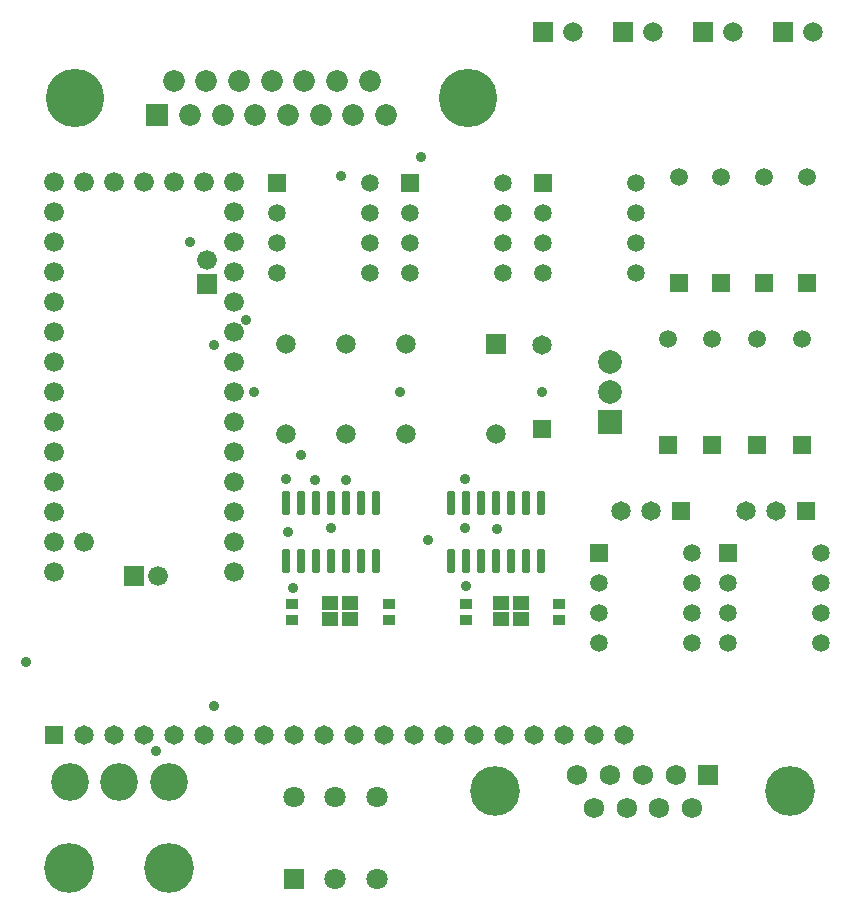
<source format=gbr>
%TF.GenerationSoftware,Altium Limited,Altium Designer,23.6.0 (18)*%
G04 Layer_Color=8388736*
%FSLAX26Y26*%
%MOIN*%
%TF.SameCoordinates,9B35E0B2-5C19-4761-B797-B6A5D59CF105*%
%TF.FilePolarity,Negative*%
%TF.FileFunction,Soldermask,Top*%
%TF.Part,Single*%
G01*
G75*
%TA.AperFunction,SMDPad,CuDef*%
%ADD48R,0.044882X0.036614*%
G04:AMPARAMS|DCode=49|XSize=80.709mil|YSize=29.528mil|CornerRadius=5.906mil|HoleSize=0mil|Usage=FLASHONLY|Rotation=90.000|XOffset=0mil|YOffset=0mil|HoleType=Round|Shape=RoundedRectangle|*
%AMROUNDEDRECTD49*
21,1,0.080709,0.017716,0,0,90.0*
21,1,0.068897,0.029528,0,0,90.0*
1,1,0.011811,0.008858,0.034449*
1,1,0.011811,0.008858,-0.034449*
1,1,0.011811,-0.008858,-0.034449*
1,1,0.011811,-0.008858,0.034449*
%
%ADD49ROUNDEDRECTD49*%
%ADD50R,0.053150X0.045276*%
%TA.AperFunction,ComponentPad*%
%ADD51C,0.079134*%
%ADD52R,0.079134X0.079134*%
%ADD53C,0.165906*%
%ADD54C,0.125906*%
%ADD55R,0.070866X0.070866*%
%ADD56C,0.070866*%
%ADD57R,0.059055X0.059055*%
%ADD58C,0.059055*%
%ADD59C,0.065906*%
%ADD60R,0.065906X0.065906*%
%ADD61R,0.065906X0.065906*%
%ADD62C,0.058583*%
%ADD63R,0.058583X0.058583*%
%ADD64C,0.165984*%
%ADD65C,0.067913*%
%ADD66R,0.067913X0.067913*%
%ADD67C,0.065276*%
%ADD68R,0.065276X0.065276*%
%ADD69R,0.064961X0.064961*%
%ADD70C,0.064961*%
%ADD71R,0.064961X0.064961*%
%ADD72C,0.072441*%
%ADD73C,0.194882*%
%ADD74R,0.072441X0.072441*%
%TA.AperFunction,ViaPad*%
%ADD75C,0.035906*%
D48*
X7831000Y2587560D02*
D03*
Y2532440D02*
D03*
X8155000Y2587560D02*
D03*
Y2532440D02*
D03*
X8411000Y2587560D02*
D03*
Y2532440D02*
D03*
X8721000Y2587560D02*
D03*
Y2532440D02*
D03*
D49*
X7811000Y2921734D02*
D03*
X7861000D02*
D03*
X7911000D02*
D03*
X7961000D02*
D03*
X8011000D02*
D03*
X8061000D02*
D03*
X8111000D02*
D03*
Y2728426D02*
D03*
X8061000D02*
D03*
X8011000D02*
D03*
X7961000D02*
D03*
X7911000D02*
D03*
X7861000D02*
D03*
X7811000D02*
D03*
X8361000D02*
D03*
X8411000D02*
D03*
X8461000D02*
D03*
X8511000D02*
D03*
X8661000D02*
D03*
Y2921734D02*
D03*
X8611000D02*
D03*
X8411000D02*
D03*
X8361000D02*
D03*
X8511000D02*
D03*
X8461000D02*
D03*
X8561000D02*
D03*
X8611000Y2728426D02*
D03*
X8561000D02*
D03*
D50*
X7959536Y2587952D02*
D03*
X8026464Y2536770D02*
D03*
X8529536Y2587952D02*
D03*
X8596464Y2536770D02*
D03*
X7959536D02*
D03*
X8026464Y2587952D02*
D03*
X8596464D02*
D03*
X8529536Y2536770D02*
D03*
D51*
X8892000Y3294000D02*
D03*
Y3394000D02*
D03*
D52*
Y3194000D02*
D03*
D53*
X7090000Y1705000D02*
D03*
X7421000D02*
D03*
D54*
X7090500Y1992000D02*
D03*
X7255500D02*
D03*
X7420500D02*
D03*
D55*
X7838204Y1668410D02*
D03*
D56*
Y1944000D02*
D03*
X7976000D02*
D03*
X8113796Y1668410D02*
D03*
X7976000D02*
D03*
X8113796Y1944000D02*
D03*
D57*
X9084000Y3114834D02*
D03*
X9121000Y3655834D02*
D03*
X9233000Y3114834D02*
D03*
X9263000Y3655834D02*
D03*
X9382000Y3114834D02*
D03*
X9405000Y3655834D02*
D03*
X9531000Y3114834D02*
D03*
X9547000Y3655834D02*
D03*
D58*
X9084000Y3469166D02*
D03*
X9121000Y4010166D02*
D03*
X9233000Y3469164D02*
D03*
X9263000Y4010166D02*
D03*
X9382000Y3469166D02*
D03*
X9405000Y4010166D02*
D03*
X9531000Y3469166D02*
D03*
X9547000Y4010166D02*
D03*
D59*
X7040000Y3094000D02*
D03*
Y3194000D02*
D03*
Y2794000D02*
D03*
Y2994000D02*
D03*
Y2894000D02*
D03*
Y3394000D02*
D03*
Y3294000D02*
D03*
Y2694000D02*
D03*
X7140000Y2794000D02*
D03*
X7040000Y3594000D02*
D03*
Y3694000D02*
D03*
Y3494000D02*
D03*
Y3894000D02*
D03*
Y3994000D02*
D03*
Y3794000D02*
D03*
X7140000Y3994000D02*
D03*
X7240000D02*
D03*
X7385000Y2679000D02*
D03*
X7640000Y2994000D02*
D03*
Y2694000D02*
D03*
Y2894000D02*
D03*
Y2794000D02*
D03*
Y3094000D02*
D03*
Y3294000D02*
D03*
Y3194000D02*
D03*
X7550000Y3734000D02*
D03*
X7340000Y3994000D02*
D03*
X7440000D02*
D03*
X7540000D02*
D03*
X7640000Y3494000D02*
D03*
Y3394000D02*
D03*
Y3994000D02*
D03*
Y3894000D02*
D03*
Y3594000D02*
D03*
Y3794000D02*
D03*
Y3694000D02*
D03*
D60*
X7305000Y2679000D02*
D03*
D61*
X7550000Y3654000D02*
D03*
D62*
X7783000Y3888240D02*
D03*
Y3788240D02*
D03*
Y3688240D02*
D03*
X8093000Y3988240D02*
D03*
Y3688240D02*
D03*
Y3888240D02*
D03*
Y3788240D02*
D03*
X8225298Y3888240D02*
D03*
Y3788240D02*
D03*
Y3688240D02*
D03*
X8535298Y3988240D02*
D03*
Y3688240D02*
D03*
Y3888240D02*
D03*
Y3788240D02*
D03*
X8667596Y3888240D02*
D03*
Y3788240D02*
D03*
Y3688240D02*
D03*
X8977596Y3988240D02*
D03*
Y3688240D02*
D03*
Y3888240D02*
D03*
Y3788240D02*
D03*
X8856000Y2656000D02*
D03*
Y2556000D02*
D03*
Y2456000D02*
D03*
X9166000Y2756000D02*
D03*
Y2456000D02*
D03*
Y2656000D02*
D03*
Y2556000D02*
D03*
X9286000Y2656000D02*
D03*
Y2556000D02*
D03*
Y2456000D02*
D03*
X9596000Y2756000D02*
D03*
Y2456000D02*
D03*
Y2656000D02*
D03*
Y2556000D02*
D03*
D63*
X7783000Y3988240D02*
D03*
X8225298D02*
D03*
X8667596D02*
D03*
X8856000Y2756000D02*
D03*
X9286000D02*
D03*
D64*
X9493512Y1961190D02*
D03*
X8509654D02*
D03*
D65*
X8838000Y1905284D02*
D03*
X8947056D02*
D03*
X9056110D02*
D03*
X9165166D02*
D03*
X8783472Y2017094D02*
D03*
X8892528D02*
D03*
X9001582D02*
D03*
X9110638D02*
D03*
D66*
X9219692D02*
D03*
D67*
X9301334Y4494000D02*
D03*
X9035666D02*
D03*
X8770000D02*
D03*
X9567000D02*
D03*
X7812000Y3451080D02*
D03*
Y3151080D02*
D03*
X8212000D02*
D03*
Y3451080D02*
D03*
X8512000Y3151080D02*
D03*
X8012000Y3451080D02*
D03*
Y3151080D02*
D03*
D68*
X9201334Y4494000D02*
D03*
X8935666D02*
D03*
X8670000D02*
D03*
X9467000D02*
D03*
X8512000Y3451080D02*
D03*
D69*
X8665000Y3168236D02*
D03*
D70*
Y3447764D02*
D03*
X9027000Y2895000D02*
D03*
X8927000D02*
D03*
X9444000D02*
D03*
X9344000D02*
D03*
X8937000Y2149000D02*
D03*
X8837000D02*
D03*
X8737000D02*
D03*
X8637000D02*
D03*
X8537000D02*
D03*
X8437000D02*
D03*
X8337000D02*
D03*
X8237000D02*
D03*
X8137000D02*
D03*
X8037000D02*
D03*
X7937000D02*
D03*
X7837000D02*
D03*
X7737000D02*
D03*
X7637000D02*
D03*
X7537000D02*
D03*
X7437000D02*
D03*
X7337000D02*
D03*
X7237000D02*
D03*
X7137000D02*
D03*
D71*
X9127000Y2895000D02*
D03*
X9544000D02*
D03*
X7037000Y2149000D02*
D03*
D72*
X7545944Y4328000D02*
D03*
X7818582Y4216188D02*
D03*
X7600472D02*
D03*
X7709526D02*
D03*
X8145746D02*
D03*
X8091220Y4328000D02*
D03*
X8036692Y4216188D02*
D03*
X7982164Y4328000D02*
D03*
X7927638Y4216188D02*
D03*
X7873110Y4328000D02*
D03*
X7764054D02*
D03*
X7655000D02*
D03*
X7491416Y4216188D02*
D03*
X7436890Y4328000D02*
D03*
D73*
X8419960Y4272094D02*
D03*
X7108148D02*
D03*
D74*
X7382362Y4216188D02*
D03*
D75*
X8407000Y3004000D02*
D03*
X7910000Y2999000D02*
D03*
X8411000Y2647000D02*
D03*
X8285000Y2801000D02*
D03*
X8410000Y2838000D02*
D03*
X8516000Y2837000D02*
D03*
X7962000Y2841000D02*
D03*
X7820000Y2827000D02*
D03*
X8011000Y3000000D02*
D03*
X7811000Y3002000D02*
D03*
X8262000Y4077000D02*
D03*
X8665000Y3294000D02*
D03*
X7680000Y3534000D02*
D03*
X7705000Y3293000D02*
D03*
X8192000D02*
D03*
X7834000Y2641000D02*
D03*
X7492000Y3794000D02*
D03*
X7377000Y2096500D02*
D03*
X6944000Y2394000D02*
D03*
X7572000Y3448000D02*
D03*
Y2247000D02*
D03*
X7995000Y4013000D02*
D03*
X7861000Y3081500D02*
D03*
%TF.MD5,46ad0a91ccf54d2c2b27db3bf4d5cf3d*%
M02*

</source>
